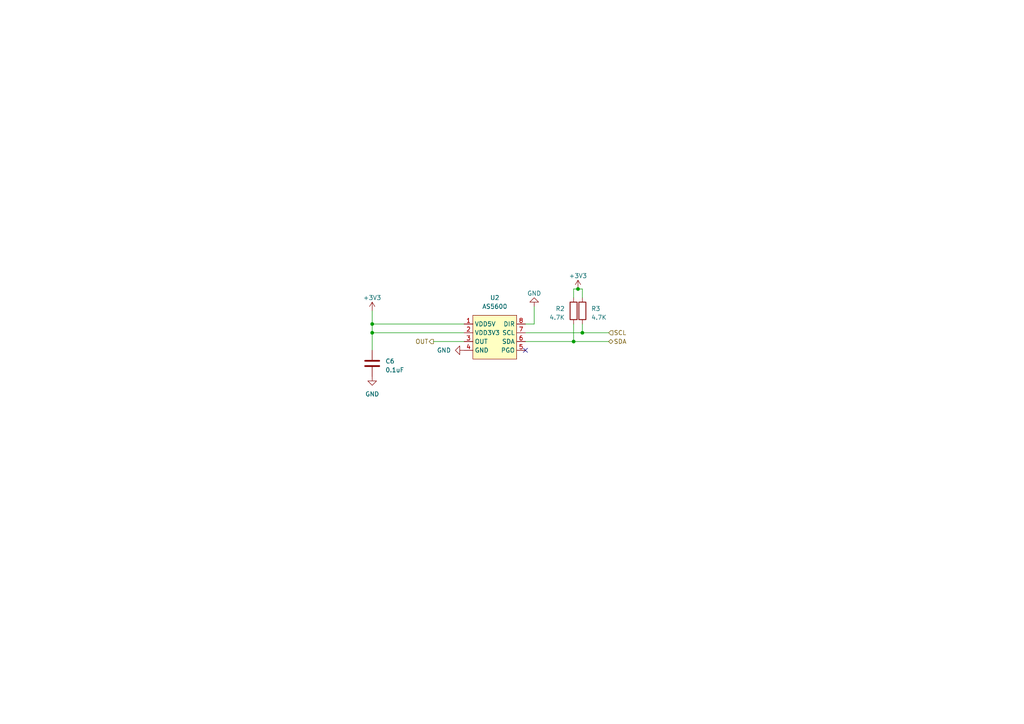
<source format=kicad_sch>
(kicad_sch (version 20230121) (generator eeschema)
  (paper "A4")
  (title_block (title "cwFOC/Encoder") (date "2023-03-19") (rev "1.0") (company "Akako Science & Industry") (comment 1 "赤紫绮") (comment 2 "赤紫绮") (comment 3 "赤紫绮"))
  (lib_symbols
    (symbol "Device:C" (pin_numbers hide) (pin_names (offset 0.254))
      (property "Reference" "C" (at 0.635 2.54 0))
      (property "Value" "C" (at 0.635 -2.54 0))
      (symbol "C_0_1"
        (polyline (pts (xy -2.032 -0.762) (xy 2.032 -0.762)) (stroke (width 0.508)))
        (polyline (pts (xy -2.032 0.762) (xy 2.032 0.762)) (stroke (width 0.508)))
      )
      (symbol "C_1_1"
        (pin passive line (at 0 3.81 270) (length 2.794) (name "~") (number "1"))
        (pin passive line (at 0 -3.81 90) (length 2.794) (name "~") (number "2"))
      )
    )
    (symbol "Device:R" (pin_numbers hide) (pin_names (offset 0))
      (property "Reference" "R" (at 2.032 0 90))
      (property "Value" "R" (at 0 0 90))
      (symbol "R_0_1"
        (rectangle (start -1.016 -2.54) (end 1.016 2.54) (stroke (width 0.254)))
      )
      (symbol "R_1_1"
        (pin passive line (at 0 3.81 270) (length 1.27) (name "~") (number "1"))
        (pin passive line (at 0 -3.81 90) (length 1.27) (name "~") (number "2"))
      )
    )
    (symbol "myLib:AS5600"
      (property "Reference" "U" (at 0 11.43 0))
      (property "Value" "AS5600" (at 0 8.89 0))
      (symbol "AS5600_0_0"
        (pin input line (at -8.89 3.81 0) (length 2.54) (name "VDD5V") (number "1"))
        (pin input line (at -8.89 1.27 0) (length 2.54) (name "VDD3V3") (number "2"))
        (pin output line (at -8.89 -1.27 0) (length 2.54) (name "OUT") (number "3"))
        (pin power_in line (at -8.89 -3.81 0) (length 2.54) (name "GND") (number "4"))
        (pin input line (at 8.89 -3.81 180) (length 2.54) (name "PGO") (number "5"))
        (pin bidirectional line (at 8.89 -1.27 180) (length 2.54) (name "SDA") (number "6"))
        (pin input line (at 8.89 1.27 180) (length 2.54) (name "SCL") (number "7"))
        (pin input line (at 8.89 3.81 180) (length 2.54) (name "DIR") (number "8"))
      )
      (symbol "AS5600_0_1"
        (rectangle (start -6.35 6.35) (end 6.35 -6.35) (fill (type background)))
      )
    )
    (symbol "power:+3V3" (power) (pin_names (offset 0))
      (property "Value" "+3V3" (at 0 3.556 0))
      (symbol "+3V3_0_1"
        (polyline (pts (xy -0.762 1.27) (xy 0 2.54)))
        (polyline (pts (xy 0 0) (xy 0 2.54)))
        (polyline (pts (xy 0 2.54) (xy 0.762 1.27)))
      )
      (symbol "+3V3_1_1"
        (pin power_in line (at 0 0 90) (length 0) hide (name "+3V3") (number "1"))
      )
    )
    (symbol "power:GND" (power) (pin_names (offset 0))
      (property "Value" "GND" (at 0 -3.81 0))
      (symbol "GND_0_1"
        (polyline (pts (xy 0 0) (xy 0 -1.27) (xy 1.27 -1.27) (xy 0 -2.54) (xy -1.27 -1.27) (xy 0 -1.27)))
      )
      (symbol "GND_1_1"
        (pin power_in line (at 0 0 270) (length 0) hide (name "GND") (number "1"))
      )
    )
  )
  (junction (at 107.95 96.52))
  (junction (at 107.95 93.98))
  (junction (at 167.64 83.82))
  (junction (at 168.91 96.52))
  (junction (at 166.37 99.06))
  (no_connect (at 152.4 101.6))
  (wire (pts (xy 168.91 93.98) (xy 168.91 96.52)))
  (wire (pts (xy 152.4 93.98) (xy 154.94 93.98)))
  (wire (pts (xy 125.73 99.06) (xy 134.62 99.06)))
  (wire (pts (xy 166.37 93.98) (xy 166.37 99.06)))
  (wire (pts (xy 166.37 99.06) (xy 176.53 99.06)))
  (wire (pts (xy 168.91 96.52) (xy 176.53 96.52)))
  (wire (pts (xy 168.91 86.36) (xy 168.91 83.82)))
  (wire (pts (xy 152.4 99.06) (xy 166.37 99.06)))
  (wire (pts (xy 166.37 86.36) (xy 166.37 83.82)))
  (wire (pts (xy 154.94 88.9) (xy 154.94 93.98)))
  (wire (pts (xy 107.95 96.52) (xy 134.62 96.52)))
  (wire (pts (xy 107.95 93.98) (xy 134.62 93.98)))
  (wire (pts (xy 166.37 83.82) (xy 167.64 83.82)))
  (wire (pts (xy 152.4 96.52) (xy 168.91 96.52)))
  (wire (pts (xy 168.91 83.82) (xy 167.64 83.82)))
  (wire (pts (xy 107.95 93.98) (xy 107.95 96.52)))
  (wire (pts (xy 107.95 90.17) (xy 107.95 93.98)))
  (wire (pts (xy 107.95 96.52) (xy 107.95 101.6)))
  (hierarchical_label "OUT" (shape output) (at 125.73 99.06 180))
  (hierarchical_label "SCL" (shape input) (at 176.53 96.52 0))
  (hierarchical_label "SDA" (shape bidirectional) (at 176.53 99.06 0))
  (symbol (lib_id "power:GND") (at 134.62 101.6 270) (unit 1)
    (property "Reference" "#PWR010" (effects hide))
    (property "Value" "GND" (at 130.81 101.6 90) (effects (justify right)))
  )
  (symbol (lib_id "Device:R") (at 168.91 90.17 180) (unit 1)
    (property "Reference" "R3" (at 171.45 89.535 0) (effects (justify right)))
    (property "Value" "4.7K" (at 171.45 92.075 0) (effects (justify right)))
    (property "Footprint" "myDevice:0603_R" (effects hide))
    (instances (project "cwFOC" (path "" (reference "R3") (unit 1)) (path "" (reference "R4") (unit 1))))
  )
  (symbol (lib_id "Device:C") (at 107.95 105.41 180) (unit 1)
    (property "Reference" "C6" (at 111.76 104.775 0) (effects (justify right)))
    (property "Value" "0.1uF" (at 111.76 107.315 0) (effects (justify right)))
    (property "Footprint" "myDevice:0603_C" (effects hide))
  )
  (symbol (lib_id "myLib:AS5600") (at 143.51 97.79 0) (unit 1)
    (property "Reference" "U2" (at 143.51 86.36 0))
    (property "Value" "AS5600" (at 143.51 88.9 0))
    (property "Footprint" "Package_SO:SOIC-8_3.9x4.9mm_P1.27mm" (effects hide))
  )
  (symbol (lib_id "power:GND") (at 107.95 109.22 0) (unit 1)
    (property "Reference" "#PWR011" (effects hide))
    (property "Value" "GND" (at 107.95 114.3 0))
    (instances (project "cwFOC" (path "" (reference "#PWR011") (unit 1)) (path "" (reference "#PWR09") (unit 1))))
  )
  (symbol (lib_id "Device:R") (at 166.37 90.17 180) (unit 1)
    (property "Reference" "R2" (at 163.83 89.535 0) (effects (justify left)))
    (property "Value" "4.7K" (at 163.83 92.075 0) (effects (justify left)))
    (property "Footprint" "myDevice:0603_R" (effects hide))
    (instances (project "cwFOC" (path "" (reference "R2") (unit 1)) (path "" (reference "R3") (unit 1))))
  )
  (symbol (lib_id "power:+3V3") (at 107.95 90.17 0) (unit 1)
    (property "Reference" "#PWR07" (effects hide))
    (property "Value" "+3V3" (at 107.95 86.36 0))
  )
  (symbol (lib_id "power:GND") (at 154.94 88.9 180) (unit 1)
    (property "Reference" "#PWR025" (effects hide))
    (property "Value" "GND" (at 154.94 85.09 0))
    (instances (project "cwFOC" (path "" (reference "#PWR025") (unit 1)) (path "" (reference "#PWR011") (unit 1))))
  )
  (symbol (lib_id "power:+3V3") (at 167.64 83.82 0) (unit 1)
    (property "Reference" "#PWR06" (effects hide))
    (property "Value" "+3V3" (at 167.64 80.01 0))
  )
)
</source>
